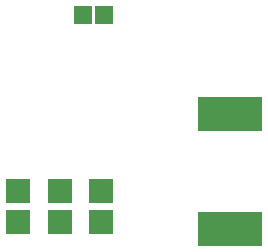
<source format=gbp>
G04*
G04 #@! TF.GenerationSoftware,Altium Limited,Altium Designer,22.3.1 (43)*
G04*
G04 Layer_Color=128*
%FSLAX25Y25*%
%MOIN*%
G70*
G04*
G04 #@! TF.SameCoordinates,F80411C8-1A31-43C8-AF9B-28CD4ED9FA2C*
G04*
G04*
G04 #@! TF.FilePolarity,Positive*
G04*
G01*
G75*
%ADD21R,0.05924X0.06127*%
%ADD44R,0.21260X0.11417*%
%ADD45R,0.07898X0.07889*%
D21*
X66539Y92126D02*
D03*
X59446D02*
D03*
D44*
X108268Y59055D02*
D03*
Y20866D02*
D03*
D45*
X51575Y23224D02*
D03*
X37795D02*
D03*
X65354D02*
D03*
Y33469D02*
D03*
X37795D02*
D03*
X51575D02*
D03*
M02*

</source>
